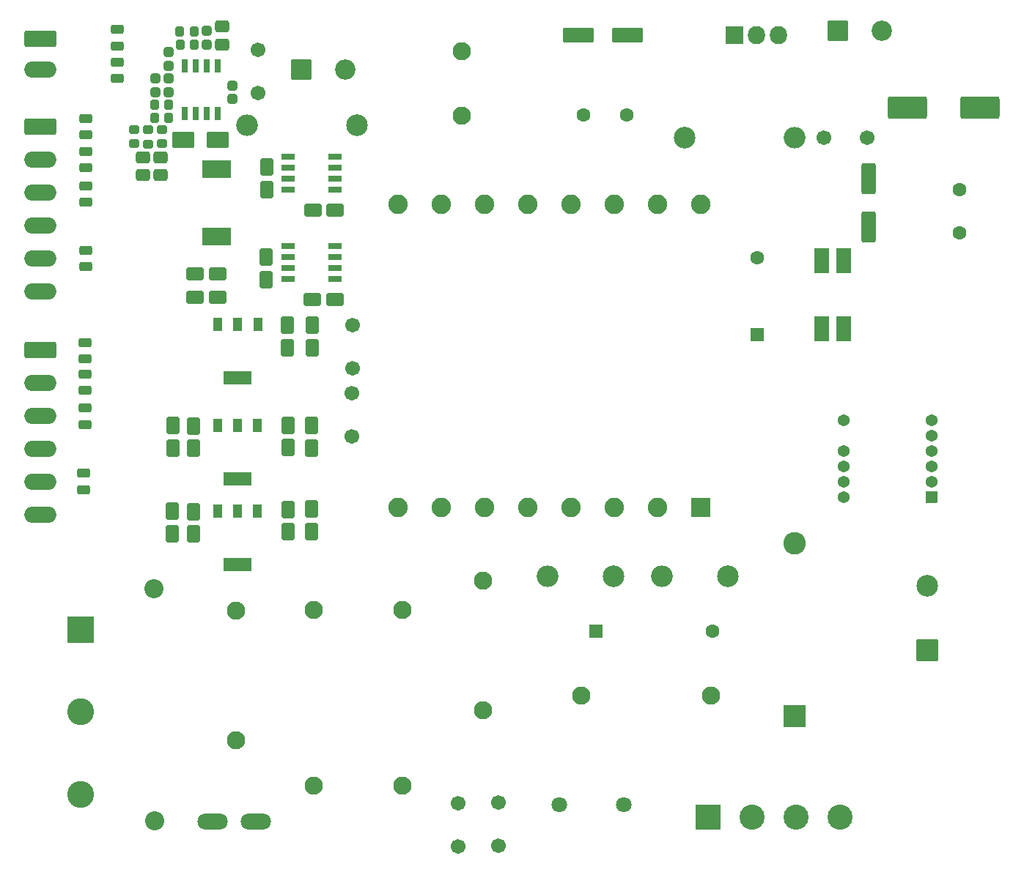
<source format=gbr>
%TF.GenerationSoftware,KiCad,Pcbnew,8.0.3*%
%TF.CreationDate,2024-10-06T17:07:34+07:00*%
%TF.ProjectId,Power_Supply,506f7765-725f-4537-9570-706c792e6b69,rev?*%
%TF.SameCoordinates,Original*%
%TF.FileFunction,Soldermask,Top*%
%TF.FilePolarity,Negative*%
%FSLAX46Y46*%
G04 Gerber Fmt 4.6, Leading zero omitted, Abs format (unit mm)*
G04 Created by KiCad (PCBNEW 8.0.3) date 2024-10-06 17:07:34*
%MOMM*%
%LPD*%
G01*
G04 APERTURE LIST*
G04 Aperture macros list*
%AMRoundRect*
0 Rectangle with rounded corners*
0 $1 Rounding radius*
0 $2 $3 $4 $5 $6 $7 $8 $9 X,Y pos of 4 corners*
0 Add a 4 corners polygon primitive as box body*
4,1,4,$2,$3,$4,$5,$6,$7,$8,$9,$2,$3,0*
0 Add four circle primitives for the rounded corners*
1,1,$1+$1,$2,$3*
1,1,$1+$1,$4,$5*
1,1,$1+$1,$6,$7*
1,1,$1+$1,$8,$9*
0 Add four rect primitives between the rounded corners*
20,1,$1+$1,$2,$3,$4,$5,0*
20,1,$1+$1,$4,$5,$6,$7,0*
20,1,$1+$1,$6,$7,$8,$9,0*
20,1,$1+$1,$8,$9,$2,$3,0*%
G04 Aperture macros list end*
%ADD10RoundRect,0.269150X-0.481650X0.269150X-0.481650X-0.269150X0.481650X-0.269150X0.481650X0.269150X0*%
%ADD11RoundRect,0.251000X-0.326000X0.251000X-0.326000X-0.251000X0.326000X-0.251000X0.326000X0.251000X0*%
%ADD12C,2.101600*%
%ADD13RoundRect,0.050800X-1.075000X1.075000X-1.075000X-1.075000X1.075000X-1.075000X1.075000X1.075000X0*%
%ADD14C,2.251600*%
%ADD15C,2.501600*%
%ADD16O,2.501600X2.501600*%
%ADD17RoundRect,0.260160X-1.990640X-1.040640X1.990640X-1.040640X1.990640X1.040640X-1.990640X1.040640X0*%
%ADD18RoundRect,0.050800X-1.600000X1.000000X-1.600000X-1.000000X1.600000X-1.000000X1.600000X1.000000X0*%
%ADD19RoundRect,0.265875X1.534925X0.584925X-1.534925X0.584925X-1.534925X-0.584925X1.534925X-0.584925X0*%
%ADD20C,1.701600*%
%ADD21RoundRect,0.276000X-0.301000X0.276000X-0.301000X-0.276000X0.301000X-0.276000X0.301000X0.276000X0*%
%ADD22RoundRect,0.050800X1.200000X-1.200000X1.200000X1.200000X-1.200000X1.200000X-1.200000X-1.200000X0*%
%ADD23RoundRect,0.050800X-0.750000X-0.750000X0.750000X-0.750000X0.750000X0.750000X-0.750000X0.750000X0*%
%ADD24C,1.601600*%
%ADD25RoundRect,0.259080X0.502920X-0.747920X0.502920X0.747920X-0.502920X0.747920X-0.502920X-0.747920X0*%
%ADD26RoundRect,0.050800X-1.117600X-1.117600X1.117600X-1.117600X1.117600X1.117600X-1.117600X1.117600X0*%
%ADD27C,2.336800*%
%ADD28RoundRect,0.050800X-0.730250X-0.266700X0.730250X-0.266700X0.730250X0.266700X-0.730250X0.266700X0*%
%ADD29C,1.600200*%
%ADD30RoundRect,0.050800X-0.749300X0.749300X-0.749300X-0.749300X0.749300X-0.749300X0.749300X0.749300X0*%
%ADD31RoundRect,0.251000X-0.251000X-0.326000X0.251000X-0.326000X0.251000X0.326000X-0.251000X0.326000X0*%
%ADD32RoundRect,0.269150X0.481650X-0.269150X0.481650X0.269150X-0.481650X0.269150X-0.481650X-0.269150X0*%
%ADD33RoundRect,0.259080X0.747920X0.502920X-0.747920X0.502920X-0.747920X-0.502920X0.747920X-0.502920X0*%
%ADD34RoundRect,0.251000X0.326000X-0.251000X0.326000X0.251000X-0.326000X0.251000X-0.326000X-0.251000X0*%
%ADD35RoundRect,0.050800X1.250000X-1.250000X1.250000X1.250000X-1.250000X1.250000X-1.250000X-1.250000X0*%
%ADD36C,2.601600*%
%ADD37RoundRect,0.259080X-0.502920X0.747920X-0.502920X-0.747920X0.502920X-0.747920X0.502920X0.747920X0*%
%ADD38RoundRect,0.293404X-0.533596X0.396096X-0.533596X-0.396096X0.533596X-0.396096X0.533596X0.396096X0*%
%ADD39RoundRect,0.259080X-0.747920X-0.502920X0.747920X-0.502920X0.747920X0.502920X-0.747920X0.502920X0*%
%ADD40RoundRect,0.102000X-0.750000X1.375000X-0.750000X-1.375000X0.750000X-1.375000X0.750000X1.375000X0*%
%ADD41RoundRect,0.050800X-0.266700X0.730250X-0.266700X-0.730250X0.266700X-0.730250X0.266700X0.730250X0*%
%ADD42RoundRect,0.265875X-0.584925X1.534925X-0.584925X-1.534925X0.584925X-1.534925X0.584925X1.534925X0*%
%ADD43RoundRect,0.050800X-0.450000X-0.725000X0.450000X-0.725000X0.450000X0.725000X-0.450000X0.725000X0*%
%ADD44RoundRect,0.050800X-1.574999X-0.725000X1.574999X-0.725000X1.574999X0.725000X-1.574999X0.725000X0*%
%ADD45RoundRect,0.050800X-0.952500X-1.000000X0.952500X-1.000000X0.952500X1.000000X-0.952500X1.000000X0*%
%ADD46O,2.006600X2.101600*%
%ADD47RoundRect,0.264111X-1.586689X0.686689X-1.586689X-0.686689X1.586689X-0.686689X1.586689X0.686689X0*%
%ADD48O,3.701600X1.901600*%
%ADD49O,3.504000X1.854000*%
%ADD50RoundRect,0.050800X-1.400000X-1.400000X1.400000X-1.400000X1.400000X1.400000X-1.400000X1.400000X0*%
%ADD51C,2.901600*%
%ADD52C,1.801600*%
%ADD53RoundRect,0.251000X0.251000X0.326000X-0.251000X0.326000X-0.251000X-0.326000X0.251000X-0.326000X0*%
%ADD54RoundRect,0.276000X0.301000X-0.276000X0.301000X0.276000X-0.301000X0.276000X-0.301000X-0.276000X0*%
%ADD55RoundRect,0.264111X1.036689X0.686689X-1.036689X0.686689X-1.036689X-0.686689X1.036689X-0.686689X0*%
%ADD56C,2.204000*%
%ADD57RoundRect,0.050800X-1.500000X1.500000X-1.500000X-1.500000X1.500000X-1.500000X1.500000X1.500000X0*%
%ADD58C,3.101600*%
%ADD59C,1.371600*%
%ADD60RoundRect,0.050800X0.635000X0.635000X-0.635000X0.635000X-0.635000X-0.635000X0.635000X-0.635000X0*%
G04 APERTURE END LIST*
D10*
%TO.C,9V*%
X60070200Y-86189500D03*
X60070200Y-88064500D03*
%TD*%
D11*
%TO.C,R21*%
X69080000Y-46434000D03*
X69080000Y-48084000D03*
%TD*%
D12*
%TO.C,C6*%
X117507200Y-111878900D03*
X132507000Y-111878900D03*
%TD*%
D13*
%TO.C,T1*%
X131365600Y-90123600D03*
D14*
X126365600Y-90123600D03*
X121365600Y-90123600D03*
X116365600Y-90123600D03*
X111365600Y-90123600D03*
X106365600Y-90123600D03*
X101365600Y-90123600D03*
X96365600Y-90123600D03*
X96365600Y-55123600D03*
X101365600Y-55123600D03*
X106365600Y-55123600D03*
X111365600Y-55123600D03*
X116365600Y-55123600D03*
X121365600Y-55123600D03*
X126365600Y-55123600D03*
X131365600Y-55123600D03*
%TD*%
D15*
%TO.C,R9*%
X91611500Y-45948300D03*
D16*
X78911500Y-45948300D03*
%TD*%
D17*
%TO.C,C27*%
X155170200Y-43937000D03*
X163570200Y-43937000D03*
%TD*%
D18*
%TO.C,L1*%
X75460200Y-51043200D03*
X75460200Y-58843200D03*
%TD*%
D19*
%TO.C,C16*%
X122820200Y-35497000D03*
X117220200Y-35497000D03*
%TD*%
D20*
%TO.C,C3*%
X107970200Y-124277000D03*
X107970200Y-129277000D03*
%TD*%
D21*
%TO.C,C49*%
X69820200Y-37512000D03*
X69820200Y-39062000D03*
%TD*%
D22*
%TO.C,C5*%
X157500200Y-106667000D03*
D15*
X157500200Y-99167000D03*
%TD*%
D23*
%TO.C,D2*%
X119239200Y-104477000D03*
D24*
X132701200Y-104477000D03*
%TD*%
D10*
%TO.C,-9V*%
X60320200Y-52939500D03*
X60320200Y-54814500D03*
%TD*%
D25*
%TO.C,C36*%
X86422700Y-71692000D03*
X86422700Y-69092000D03*
%TD*%
D21*
%TO.C,C46*%
X74260200Y-35052000D03*
X74260200Y-36602000D03*
%TD*%
D26*
%TO.C,CR2*%
X85170200Y-39467000D03*
D27*
X90250200Y-39467000D03*
%TD*%
D28*
%TO.C,U7*%
X83616050Y-59932000D03*
X83616050Y-61202000D03*
X83616050Y-62472000D03*
X83616050Y-63742000D03*
X89064350Y-63742000D03*
X89064350Y-62472000D03*
X89064350Y-61202000D03*
X89064350Y-59932000D03*
%TD*%
D29*
%TO.C,D3*%
X137830200Y-61237000D03*
D30*
X137830200Y-70137160D03*
%TD*%
D31*
%TO.C,R16*%
X71197200Y-36587200D03*
X72847200Y-36587200D03*
%TD*%
D32*
%TO.C,12V*%
X60320200Y-47064500D03*
X60320200Y-45189500D03*
%TD*%
D33*
%TO.C,C33*%
X75545200Y-63124500D03*
X72945200Y-63124500D03*
%TD*%
D32*
%TO.C,3V3*%
X60170200Y-80527000D03*
X60170200Y-78652000D03*
%TD*%
D34*
%TO.C,R20*%
X67520400Y-48100000D03*
X67520400Y-46450000D03*
%TD*%
D35*
%TO.C,CR1*%
X142140200Y-114307000D03*
D36*
X142140200Y-94247000D03*
%TD*%
D25*
%TO.C,C44*%
X86350612Y-92915009D03*
X86350612Y-90315009D03*
%TD*%
D32*
%TO.C,3V3*%
X60270200Y-62314500D03*
X60270200Y-60439500D03*
%TD*%
%TO.C,3V3*%
X60170200Y-76614500D03*
X60170200Y-74739500D03*
%TD*%
%TO.C,5V*%
X60220200Y-72964500D03*
X60220200Y-71089500D03*
%TD*%
D15*
%TO.C,R6*%
X134480200Y-98077000D03*
D16*
X126860200Y-98077000D03*
%TD*%
D20*
%TO.C,C7*%
X91050200Y-81957000D03*
X91050200Y-76957000D03*
%TD*%
D31*
%TO.C,R18*%
X68237200Y-43567200D03*
X69887200Y-43567200D03*
%TD*%
D37*
%TO.C,C38*%
X70347700Y-80692000D03*
X70347700Y-83292000D03*
%TD*%
%TO.C,C42*%
X70297700Y-90592000D03*
X70297700Y-93192000D03*
%TD*%
D25*
%TO.C,C40*%
X86392700Y-83242000D03*
X86392700Y-80642000D03*
%TD*%
D20*
%TO.C,C26*%
X145530200Y-47357000D03*
X150530200Y-47357000D03*
%TD*%
D38*
%TO.C,C45*%
X76061000Y-34510100D03*
X76061000Y-36585100D03*
%TD*%
D25*
%TO.C,C39*%
X83622700Y-83232000D03*
X83622700Y-80632000D03*
%TD*%
D39*
%TO.C,C24*%
X86465200Y-66129500D03*
X89065200Y-66129500D03*
%TD*%
D40*
%TO.C,U3*%
X147800200Y-61577000D03*
X145260200Y-61577000D03*
X145260200Y-69447000D03*
X147800200Y-69447000D03*
%TD*%
D38*
%TO.C,C52*%
X66900200Y-49640100D03*
X66900200Y-51715100D03*
%TD*%
%TO.C,C51*%
X68890200Y-49630100D03*
X68890200Y-51705100D03*
%TD*%
D32*
%TO.C,9V*%
X60320200Y-50864500D03*
X60320200Y-48989500D03*
%TD*%
D41*
%TO.C,U11*%
X75520200Y-39117000D03*
X74250200Y-39117000D03*
X72980200Y-39117000D03*
X71710200Y-39117000D03*
X71710200Y-44565300D03*
X72980200Y-44565300D03*
X74250200Y-44565300D03*
X75520200Y-44565300D03*
%TD*%
D39*
%TO.C,C23*%
X86499350Y-55754500D03*
X89099350Y-55754500D03*
%TD*%
D32*
%TO.C,7V*%
X63920200Y-40527000D03*
X63920200Y-38652000D03*
%TD*%
D42*
%TO.C,C28*%
X150750200Y-52127000D03*
X150750200Y-57727000D03*
%TD*%
D43*
%TO.C,U9*%
X80152700Y-68982000D03*
X77852700Y-68982000D03*
X75552700Y-68982000D03*
D44*
X77852700Y-75132000D03*
%TD*%
D45*
%TO.C,U5*%
X135260200Y-35552000D03*
D46*
X137800200Y-35552000D03*
X140340200Y-35552000D03*
%TD*%
D43*
%TO.C,U10*%
X80090612Y-90585009D03*
X77790612Y-90585009D03*
X75490612Y-90585009D03*
D44*
X77790612Y-96735009D03*
%TD*%
D20*
%TO.C,C2*%
X103320200Y-124377000D03*
X103320200Y-129377000D03*
%TD*%
D47*
%TO.C,J2*%
X55060200Y-46097000D03*
D48*
X55060200Y-49907000D03*
X55060200Y-53717000D03*
X55060200Y-57527000D03*
X55060200Y-61337000D03*
X55060200Y-65147000D03*
%TD*%
D33*
%TO.C,C34*%
X75515200Y-65874500D03*
X72915200Y-65874500D03*
%TD*%
D49*
%TO.C,RV1*%
X79920200Y-126427000D03*
X74920200Y-126427000D03*
%TD*%
D20*
%TO.C,C10*%
X80170200Y-42197000D03*
X80170200Y-37197000D03*
%TD*%
D50*
%TO.C,D1*%
X132172700Y-125979500D03*
D51*
X137252700Y-125979500D03*
X142332700Y-125979500D03*
X147412700Y-125979500D03*
%TD*%
D15*
%TO.C,R7*%
X121230200Y-98077000D03*
D16*
X113610200Y-98077000D03*
%TD*%
D15*
%TO.C,R15*%
X129478900Y-47345700D03*
D16*
X142178900Y-47345700D03*
%TD*%
D52*
%TO.C,TH1*%
X114970200Y-124527000D03*
X122470200Y-124527000D03*
%TD*%
D43*
%TO.C,U2*%
X80110612Y-80665009D03*
X77810612Y-80665009D03*
X75510612Y-80665009D03*
D44*
X77810612Y-86815009D03*
%TD*%
D24*
%TO.C,L3*%
X161250200Y-53387000D03*
X161250200Y-58387000D03*
%TD*%
D53*
%TO.C,R17*%
X72803200Y-35076800D03*
X71153200Y-35076800D03*
%TD*%
D25*
%TO.C,C35*%
X83552700Y-71682000D03*
X83552700Y-69082000D03*
%TD*%
D21*
%TO.C,C50*%
X77260200Y-41332000D03*
X77260200Y-42882000D03*
%TD*%
D54*
%TO.C,C47*%
X69840200Y-42102000D03*
X69840200Y-40552000D03*
%TD*%
D12*
%TO.C,C4*%
X106168300Y-98564000D03*
X106168300Y-113563800D03*
%TD*%
%TO.C,C12*%
X103710200Y-37347000D03*
X103710200Y-44847000D03*
%TD*%
D55*
%TO.C,D4*%
X71517700Y-47667000D03*
X75517700Y-47667000D03*
%TD*%
D25*
%TO.C,C43*%
X83680612Y-92965009D03*
X83680612Y-90365009D03*
%TD*%
D26*
%TO.C,CR3*%
X147160200Y-35023100D03*
D27*
X152240200Y-35023100D03*
%TD*%
D56*
%TO.C,F1*%
X68194800Y-99515800D03*
X68220200Y-126414400D03*
%TD*%
D37*
%TO.C,C37*%
X72770200Y-80717000D03*
X72770200Y-83317000D03*
%TD*%
D11*
%TO.C,R19*%
X65890000Y-46444000D03*
X65890000Y-48094000D03*
%TD*%
D28*
%TO.C,U6*%
X83650200Y-49567000D03*
X83650200Y-50837000D03*
X83650200Y-52107000D03*
X83650200Y-53377000D03*
X89098500Y-53377000D03*
X89098500Y-52107000D03*
X89098500Y-50837000D03*
X89098500Y-49567000D03*
%TD*%
D31*
%TO.C,R28*%
X68247200Y-45057200D03*
X69897200Y-45057200D03*
%TD*%
D47*
%TO.C,J3*%
X55050200Y-71897000D03*
D48*
X55050200Y-75707000D03*
X55050200Y-79517000D03*
X55050200Y-83327000D03*
X55050200Y-87137000D03*
X55050200Y-90947000D03*
%TD*%
D37*
%TO.C,C41*%
X72752700Y-90602000D03*
X72752700Y-93202000D03*
%TD*%
D57*
%TO.C,J1*%
X59732800Y-104287002D03*
D58*
X59732800Y-113787000D03*
X59732800Y-123286999D03*
%TD*%
D59*
%TO.C,U1*%
X147857200Y-88910000D03*
X147857200Y-87132000D03*
X147857200Y-85354000D03*
X147857200Y-83576000D03*
X147857200Y-80020000D03*
X158017200Y-80020000D03*
X158017200Y-81798000D03*
X158017200Y-83576000D03*
X158017200Y-85354000D03*
X158017200Y-87132000D03*
D60*
X158017200Y-88910000D03*
%TD*%
D32*
%TO.C,5V*%
X63970200Y-36764500D03*
X63970200Y-34889500D03*
%TD*%
D37*
%TO.C,C21*%
X81191850Y-50807000D03*
X81191850Y-53407000D03*
%TD*%
D54*
%TO.C,C48*%
X68360200Y-42102000D03*
X68360200Y-40552000D03*
%TD*%
D12*
%TO.C,FL1*%
X96825600Y-102011600D03*
X96825600Y-122311600D03*
X86625600Y-102011600D03*
X86625600Y-122311600D03*
%TD*%
D24*
%TO.C,L2*%
X117800200Y-44767000D03*
X122800200Y-44767000D03*
%TD*%
D47*
%TO.C,J4*%
X55072700Y-35982000D03*
D48*
X55072700Y-39482000D03*
%TD*%
D12*
%TO.C,C1*%
X77618300Y-102064000D03*
X77618300Y-117063800D03*
%TD*%
D20*
%TO.C,C25*%
X91090200Y-74077000D03*
X91090200Y-69077000D03*
%TD*%
D37*
%TO.C,C22*%
X81127700Y-61222000D03*
X81127700Y-63822000D03*
%TD*%
M02*

</source>
